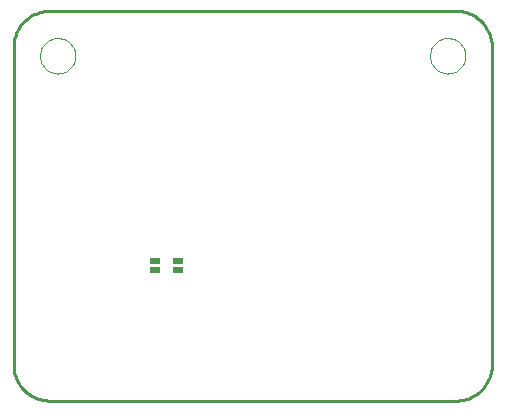
<source format=gbp>
G75*
G70*
%OFA0B0*%
%FSLAX24Y24*%
%IPPOS*%
%LPD*%
%AMOC8*
5,1,8,0,0,1.08239X$1,22.5*
%
%ADD10C,0.0100*%
%ADD11C,0.0000*%
%ADD12R,0.0350X0.0240*%
D10*
X000278Y001364D02*
X000278Y011956D01*
X000280Y012023D01*
X000286Y012090D01*
X000295Y012157D01*
X000308Y012223D01*
X000325Y012288D01*
X000345Y012352D01*
X000369Y012415D01*
X000397Y012477D01*
X000428Y012536D01*
X000462Y012594D01*
X000499Y012650D01*
X000540Y012704D01*
X000583Y012756D01*
X000629Y012805D01*
X000678Y012851D01*
X000730Y012894D01*
X000784Y012935D01*
X000840Y012972D01*
X000898Y013006D01*
X000957Y013037D01*
X001019Y013065D01*
X001082Y013089D01*
X001146Y013109D01*
X001211Y013126D01*
X001277Y013139D01*
X001344Y013148D01*
X001411Y013154D01*
X001478Y013156D01*
X015022Y013156D01*
X015089Y013154D01*
X015156Y013148D01*
X015223Y013139D01*
X015289Y013126D01*
X015354Y013109D01*
X015418Y013089D01*
X015481Y013065D01*
X015543Y013037D01*
X015602Y013006D01*
X015660Y012972D01*
X015716Y012935D01*
X015770Y012894D01*
X015822Y012851D01*
X015871Y012805D01*
X015917Y012756D01*
X015960Y012704D01*
X016001Y012650D01*
X016038Y012594D01*
X016072Y012536D01*
X016103Y012477D01*
X016131Y012415D01*
X016155Y012352D01*
X016175Y012288D01*
X016192Y012223D01*
X016205Y012157D01*
X016214Y012090D01*
X016220Y012023D01*
X016222Y011956D01*
X016222Y001364D01*
X016220Y001297D01*
X016214Y001230D01*
X016205Y001163D01*
X016192Y001097D01*
X016175Y001032D01*
X016155Y000968D01*
X016131Y000905D01*
X016103Y000843D01*
X016072Y000784D01*
X016038Y000726D01*
X016001Y000670D01*
X015960Y000616D01*
X015917Y000564D01*
X015871Y000515D01*
X015822Y000469D01*
X015770Y000426D01*
X015716Y000385D01*
X015660Y000348D01*
X015602Y000314D01*
X015543Y000283D01*
X015481Y000255D01*
X015418Y000231D01*
X015354Y000211D01*
X015289Y000194D01*
X015223Y000181D01*
X015156Y000172D01*
X015089Y000166D01*
X015022Y000164D01*
X001478Y000164D01*
X001411Y000166D01*
X001344Y000172D01*
X001277Y000181D01*
X001211Y000194D01*
X001146Y000211D01*
X001082Y000231D01*
X001019Y000255D01*
X000957Y000283D01*
X000898Y000314D01*
X000840Y000348D01*
X000784Y000385D01*
X000730Y000426D01*
X000678Y000469D01*
X000629Y000515D01*
X000583Y000564D01*
X000540Y000616D01*
X000499Y000670D01*
X000462Y000726D01*
X000428Y000784D01*
X000397Y000843D01*
X000369Y000905D01*
X000345Y000968D01*
X000325Y001032D01*
X000308Y001097D01*
X000295Y001163D01*
X000286Y001230D01*
X000280Y001297D01*
X000278Y001364D01*
D11*
X001159Y011660D02*
X001161Y011708D01*
X001167Y011756D01*
X001177Y011803D01*
X001190Y011849D01*
X001208Y011894D01*
X001228Y011938D01*
X001253Y011980D01*
X001281Y012019D01*
X001311Y012056D01*
X001345Y012090D01*
X001382Y012122D01*
X001420Y012151D01*
X001461Y012176D01*
X001504Y012198D01*
X001549Y012216D01*
X001595Y012230D01*
X001642Y012241D01*
X001690Y012248D01*
X001738Y012251D01*
X001786Y012250D01*
X001834Y012245D01*
X001882Y012236D01*
X001928Y012224D01*
X001973Y012207D01*
X002017Y012187D01*
X002059Y012164D01*
X002099Y012137D01*
X002137Y012107D01*
X002172Y012074D01*
X002204Y012038D01*
X002234Y012000D01*
X002260Y011959D01*
X002282Y011916D01*
X002302Y011872D01*
X002317Y011827D01*
X002329Y011780D01*
X002337Y011732D01*
X002341Y011684D01*
X002341Y011636D01*
X002337Y011588D01*
X002329Y011540D01*
X002317Y011493D01*
X002302Y011448D01*
X002282Y011404D01*
X002260Y011361D01*
X002234Y011320D01*
X002204Y011282D01*
X002172Y011246D01*
X002137Y011213D01*
X002099Y011183D01*
X002059Y011156D01*
X002017Y011133D01*
X001973Y011113D01*
X001928Y011096D01*
X001882Y011084D01*
X001834Y011075D01*
X001786Y011070D01*
X001738Y011069D01*
X001690Y011072D01*
X001642Y011079D01*
X001595Y011090D01*
X001549Y011104D01*
X001504Y011122D01*
X001461Y011144D01*
X001420Y011169D01*
X001382Y011198D01*
X001345Y011230D01*
X001311Y011264D01*
X001281Y011301D01*
X001253Y011340D01*
X001228Y011382D01*
X001208Y011426D01*
X001190Y011471D01*
X001177Y011517D01*
X001167Y011564D01*
X001161Y011612D01*
X001159Y011660D01*
X014159Y011660D02*
X014161Y011708D01*
X014167Y011756D01*
X014177Y011803D01*
X014190Y011849D01*
X014208Y011894D01*
X014228Y011938D01*
X014253Y011980D01*
X014281Y012019D01*
X014311Y012056D01*
X014345Y012090D01*
X014382Y012122D01*
X014420Y012151D01*
X014461Y012176D01*
X014504Y012198D01*
X014549Y012216D01*
X014595Y012230D01*
X014642Y012241D01*
X014690Y012248D01*
X014738Y012251D01*
X014786Y012250D01*
X014834Y012245D01*
X014882Y012236D01*
X014928Y012224D01*
X014973Y012207D01*
X015017Y012187D01*
X015059Y012164D01*
X015099Y012137D01*
X015137Y012107D01*
X015172Y012074D01*
X015204Y012038D01*
X015234Y012000D01*
X015260Y011959D01*
X015282Y011916D01*
X015302Y011872D01*
X015317Y011827D01*
X015329Y011780D01*
X015337Y011732D01*
X015341Y011684D01*
X015341Y011636D01*
X015337Y011588D01*
X015329Y011540D01*
X015317Y011493D01*
X015302Y011448D01*
X015282Y011404D01*
X015260Y011361D01*
X015234Y011320D01*
X015204Y011282D01*
X015172Y011246D01*
X015137Y011213D01*
X015099Y011183D01*
X015059Y011156D01*
X015017Y011133D01*
X014973Y011113D01*
X014928Y011096D01*
X014882Y011084D01*
X014834Y011075D01*
X014786Y011070D01*
X014738Y011069D01*
X014690Y011072D01*
X014642Y011079D01*
X014595Y011090D01*
X014549Y011104D01*
X014504Y011122D01*
X014461Y011144D01*
X014420Y011169D01*
X014382Y011198D01*
X014345Y011230D01*
X014311Y011264D01*
X014281Y011301D01*
X014253Y011340D01*
X014228Y011382D01*
X014208Y011426D01*
X014190Y011471D01*
X014177Y011517D01*
X014167Y011564D01*
X014161Y011612D01*
X014159Y011660D01*
D12*
X005750Y004810D03*
X005750Y004510D03*
X005000Y004510D03*
X005000Y004810D03*
M02*

</source>
